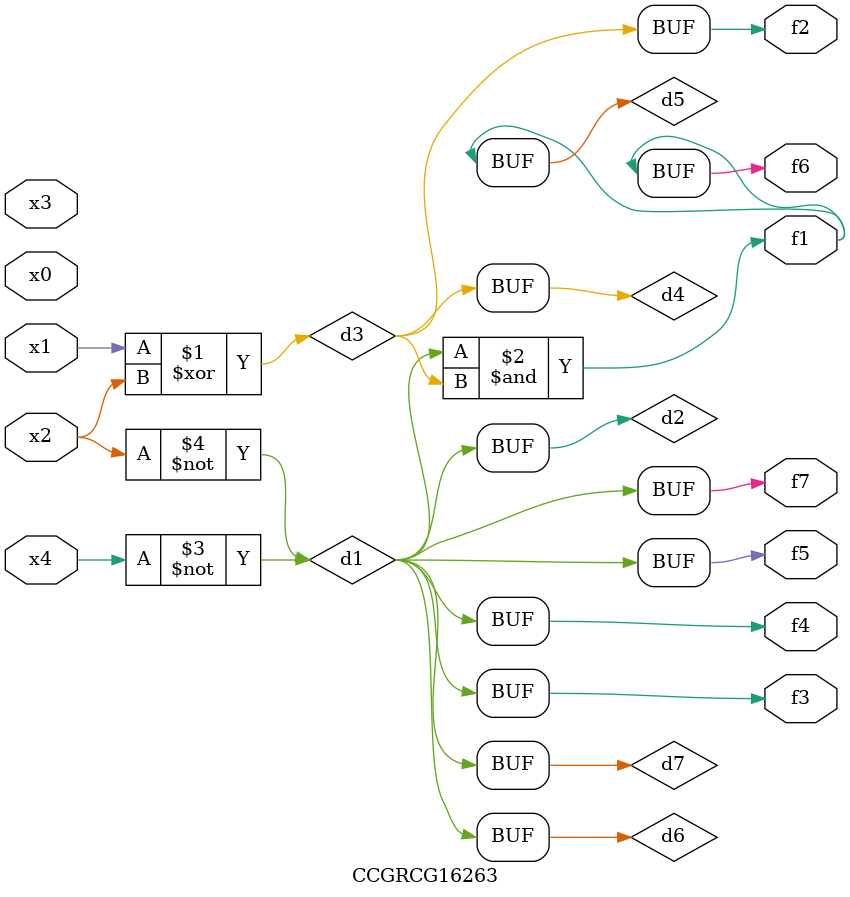
<source format=v>
module CCGRCG16263(
	input x0, x1, x2, x3, x4,
	output f1, f2, f3, f4, f5, f6, f7
);

	wire d1, d2, d3, d4, d5, d6, d7;

	not (d1, x4);
	not (d2, x2);
	xor (d3, x1, x2);
	buf (d4, d3);
	and (d5, d1, d3);
	buf (d6, d1, d2);
	buf (d7, d2);
	assign f1 = d5;
	assign f2 = d4;
	assign f3 = d7;
	assign f4 = d7;
	assign f5 = d7;
	assign f6 = d5;
	assign f7 = d7;
endmodule

</source>
